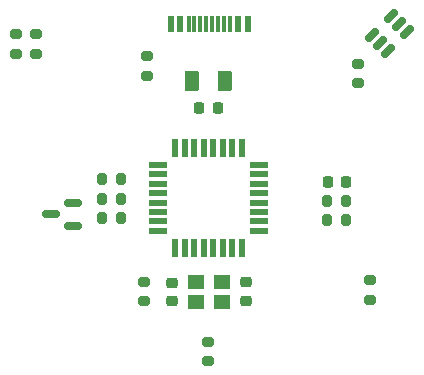
<source format=gbp>
G04 #@! TF.GenerationSoftware,KiCad,Pcbnew,(6.0.0)*
G04 #@! TF.CreationDate,2022-01-14T23:04:14+01:00*
G04 #@! TF.ProjectId,pos,706f732e-6b69-4636-9164-5f7063625858,rev?*
G04 #@! TF.SameCoordinates,Original*
G04 #@! TF.FileFunction,Paste,Bot*
G04 #@! TF.FilePolarity,Positive*
%FSLAX46Y46*%
G04 Gerber Fmt 4.6, Leading zero omitted, Abs format (unit mm)*
G04 Created by KiCad (PCBNEW (6.0.0)) date 2022-01-14 23:04:14*
%MOMM*%
%LPD*%
G01*
G04 APERTURE LIST*
G04 Aperture macros list*
%AMRoundRect*
0 Rectangle with rounded corners*
0 $1 Rounding radius*
0 $2 $3 $4 $5 $6 $7 $8 $9 X,Y pos of 4 corners*
0 Add a 4 corners polygon primitive as box body*
4,1,4,$2,$3,$4,$5,$6,$7,$8,$9,$2,$3,0*
0 Add four circle primitives for the rounded corners*
1,1,$1+$1,$2,$3*
1,1,$1+$1,$4,$5*
1,1,$1+$1,$6,$7*
1,1,$1+$1,$8,$9*
0 Add four rect primitives between the rounded corners*
20,1,$1+$1,$2,$3,$4,$5,0*
20,1,$1+$1,$4,$5,$6,$7,0*
20,1,$1+$1,$6,$7,$8,$9,0*
20,1,$1+$1,$8,$9,$2,$3,0*%
G04 Aperture macros list end*
%ADD10RoundRect,0.225000X0.225000X0.250000X-0.225000X0.250000X-0.225000X-0.250000X0.225000X-0.250000X0*%
%ADD11RoundRect,0.225000X-0.225000X-0.250000X0.225000X-0.250000X0.225000X0.250000X-0.225000X0.250000X0*%
%ADD12RoundRect,0.250000X0.375000X0.625000X-0.375000X0.625000X-0.375000X-0.625000X0.375000X-0.625000X0*%
%ADD13RoundRect,0.200000X0.275000X-0.200000X0.275000X0.200000X-0.275000X0.200000X-0.275000X-0.200000X0*%
%ADD14RoundRect,0.200000X0.200000X0.275000X-0.200000X0.275000X-0.200000X-0.275000X0.200000X-0.275000X0*%
%ADD15RoundRect,0.200000X-0.200000X-0.275000X0.200000X-0.275000X0.200000X0.275000X-0.200000X0.275000X0*%
%ADD16R,0.550000X1.600000*%
%ADD17R,1.600000X0.550000*%
%ADD18RoundRect,0.150000X-0.256326X-0.468458X0.468458X0.256326X0.256326X0.468458X-0.468458X-0.256326X0*%
%ADD19R,0.600000X1.450000*%
%ADD20R,0.300000X1.450000*%
%ADD21RoundRect,0.150000X0.587500X0.150000X-0.587500X0.150000X-0.587500X-0.150000X0.587500X-0.150000X0*%
%ADD22RoundRect,0.225000X-0.250000X0.225000X-0.250000X-0.225000X0.250000X-0.225000X0.250000X0.225000X0*%
%ADD23RoundRect,0.225000X0.250000X-0.225000X0.250000X0.225000X-0.250000X0.225000X-0.250000X-0.225000X0*%
%ADD24R,1.400000X1.200000*%
G04 APERTURE END LIST*
D10*
X145237500Y-94932500D03*
X143687500Y-94932500D03*
D11*
X154546000Y-101219000D03*
X156096000Y-101219000D03*
D12*
X145862500Y-92646500D03*
X143062500Y-92646500D03*
D13*
X129857500Y-90360000D03*
X129857500Y-88710000D03*
X128143000Y-90360000D03*
X128143000Y-88710000D03*
D14*
X156146000Y-102806500D03*
X154496000Y-102806500D03*
X156146000Y-104394000D03*
X154496000Y-104394000D03*
D15*
X135446000Y-100965000D03*
X137096000Y-100965000D03*
D13*
X144462500Y-116395000D03*
X144462500Y-114745000D03*
X139255500Y-92201500D03*
X139255500Y-90551500D03*
D16*
X147262500Y-106802500D03*
X146462500Y-106802500D03*
X145662500Y-106802500D03*
X144862500Y-106802500D03*
X144062500Y-106802500D03*
X143262500Y-106802500D03*
X142462500Y-106802500D03*
X141662500Y-106802500D03*
D17*
X140212500Y-105352500D03*
X140212500Y-104552500D03*
X140212500Y-103752500D03*
X140212500Y-102952500D03*
X140212500Y-102152500D03*
X140212500Y-101352500D03*
X140212500Y-100552500D03*
X140212500Y-99752500D03*
D16*
X141662500Y-98302500D03*
X142462500Y-98302500D03*
X143262500Y-98302500D03*
X144062500Y-98302500D03*
X144862500Y-98302500D03*
X145662500Y-98302500D03*
X146462500Y-98302500D03*
X147262500Y-98302500D03*
D17*
X148712500Y-99752500D03*
X148712500Y-100552500D03*
X148712500Y-101352500D03*
X148712500Y-102152500D03*
X148712500Y-102952500D03*
X148712500Y-103752500D03*
X148712500Y-104552500D03*
X148712500Y-105352500D03*
D18*
X159644348Y-90101151D03*
X158972597Y-89429400D03*
X158300846Y-88757649D03*
X159909514Y-87148981D03*
X160581265Y-87820732D03*
X161253016Y-88492483D03*
D19*
X141276000Y-87865000D03*
X142076000Y-87865000D03*
D20*
X143276000Y-87865000D03*
X144276000Y-87865000D03*
X144776000Y-87865000D03*
X145776000Y-87865000D03*
D19*
X146976000Y-87865000D03*
X147776000Y-87865000D03*
X147776000Y-87865000D03*
X146976000Y-87865000D03*
D20*
X146276000Y-87865000D03*
X145276000Y-87865000D03*
X143776000Y-87865000D03*
X142776000Y-87865000D03*
D19*
X142076000Y-87865000D03*
X141276000Y-87865000D03*
D21*
X133017500Y-102999500D03*
X133017500Y-104899500D03*
X131142500Y-103949500D03*
D14*
X137096000Y-102616000D03*
X135446000Y-102616000D03*
D15*
X135446000Y-104267000D03*
X137096000Y-104267000D03*
D13*
X157162500Y-92836500D03*
X157162500Y-91186500D03*
X139001500Y-111315000D03*
X139001500Y-109665000D03*
X158115000Y-111188000D03*
X158115000Y-109538000D03*
D22*
X141351000Y-109726991D03*
X141351000Y-111276991D03*
D23*
X147637500Y-111265000D03*
X147637500Y-109715000D03*
D24*
X145589702Y-111376490D03*
X143389702Y-111376490D03*
X143389702Y-109676490D03*
X145589702Y-109676490D03*
M02*

</source>
